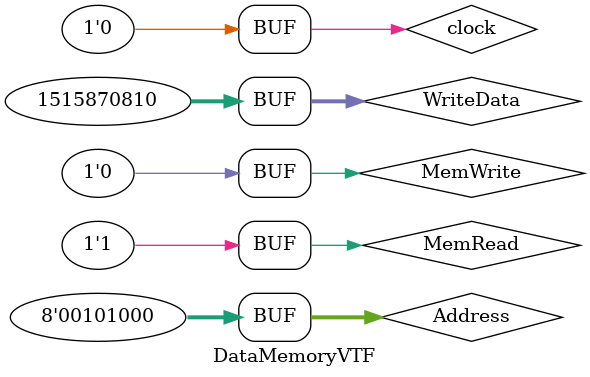
<source format=v>
`timescale 1ns / 1ps

module DataMemoryVTF;

	// Inputs
	reg [31:0] WriteData;
	reg [7:0] Address;
	reg clock;
	reg MemWrite;
	reg MemRead;

	// Outputs
	wire [31:0] ReadData;

	// Instantiate the Unit Under Test (UUT)
	DataMemory uut (
		.WriteData(WriteData), 
		.Address(Address), 
		.clock(clock), 
		.MemWrite(MemWrite), 
		.MemRead(MemRead), 
		.ReadData(ReadData)
	); 
	
	//always begin
		//#50 clock = ~clock;
//	end

	initial begin
		clock = 0;
		MemRead = 0;
		MemWrite = 0;
		Address = 0;

		// Wait 100 ns for global reset to finish
		#100;
		
		MemRead = 1; 
		Address = 20;
		#50
		clock = 1;
		#50
		clock = 0;
		Address = 40;
		#50
		clock = 1;
		#50
		clock = 0;
		MemWrite = 1;
		MemRead = 0;
		Address = 20;
		WriteData = 32'ha5a5a5a5;
		#50
		clock = 1;
		#50
		clock = 0;
		MemRead = 1; 
		MemWrite = 0;
		#50
		clock = 1;
		#50
		clock = 0;
		MemRead = 0;
		Address = 40;
		MemWrite = 1;
		WriteData = 32'h5a5a5a5a;
		#50
		clock = 1;
		#50
		clock = 0;
		MemRead = 1;
		MemWrite = 0;
		#50
		clock = 1;
		#50
		clock = 0;
	end
      
endmodule


</source>
